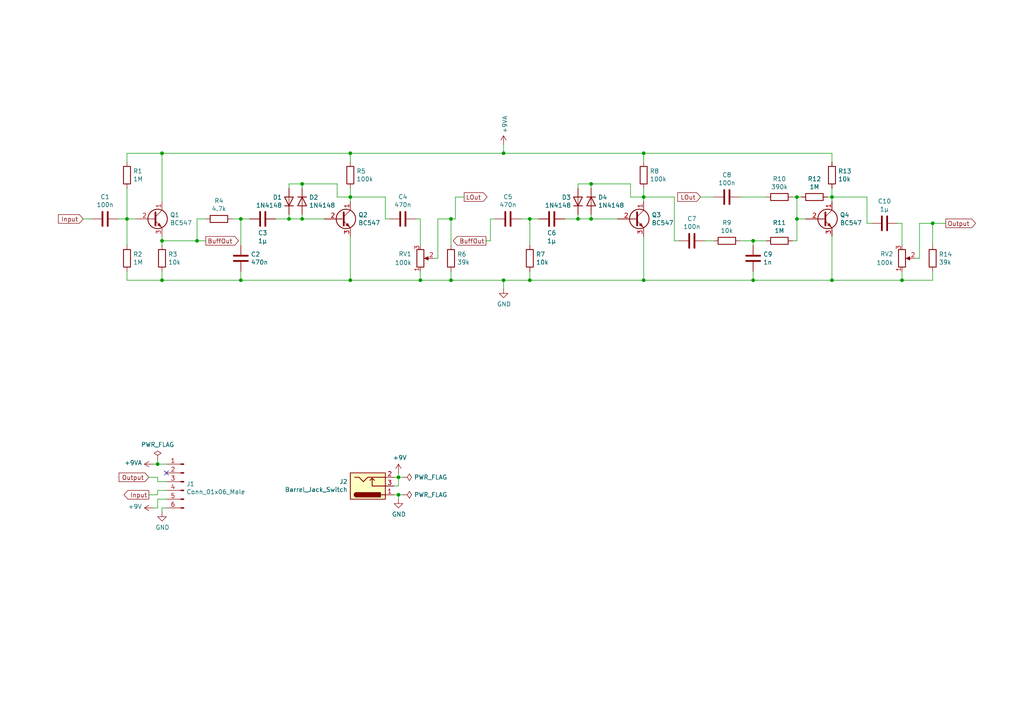
<source format=kicad_sch>
(kicad_sch (version 20211123) (generator eeschema)
  (paper "A4")
  (title_block (title "Double Stack") (date "2019-11-03") (rev "r01") (company "Nuclear Lighthouse Studios") (comment 1 "CC BY-NC-SA"))
  (lib_symbols
    (symbol "Connector:Barrel_Jack_Switch" (pin_names hide)
      (property "Reference" "J" (at 0 5.334 0))
      (property "Value" "Barrel_Jack_Switch" (at 0 -5.08 0))
      (symbol "Barrel_Jack_Switch_0_1"
        (rectangle (start -5.08 3.81) (end 5.08 -3.81) (stroke (width 0.254)) (fill (type background)))
        (arc (start -3.302 3.175) (mid -3.937 2.54) (end -3.302 1.905) (stroke (width 0.254)))
        (arc (start -3.302 3.175) (mid -3.937 2.54) (end -3.302 1.905) (stroke (width 0.254)) (fill (type outline)))
        (polyline (pts (xy 1.27 -2.286) (xy 1.905 -1.651)) (stroke (width 0.254)))
        (polyline (pts (xy 5.08 2.54) (xy 3.81 2.54)) (stroke (width 0.254)))
        (polyline (pts (xy 5.08 0) (xy 1.27 0) (xy 1.27 -2.286) (xy 0.635 -1.651)) (stroke (width 0.254)))
        (polyline (pts (xy -3.81 -2.54) (xy -2.54 -2.54) (xy -1.27 -1.27) (xy 0 -2.54) (xy 2.54 -2.54) (xy 5.08 -2.54)) (stroke (width 0.254)))
        (rectangle (start 3.683 3.175) (end -3.302 1.905) (stroke (width 0.254)) (fill (type outline)))
      )
      (symbol "Barrel_Jack_Switch_1_1"
        (pin passive line (at 7.62 2.54 180) (length 2.54) (name "~") (number "1"))
        (pin passive line (at 7.62 -2.54 180) (length 2.54) (name "~") (number "2"))
        (pin passive line (at 7.62 0 180) (length 2.54) (name "~") (number "3"))
      )
    )
    (symbol "Connector:Conn_01x06_Male" (pin_names (offset 1.016) hide)
      (property "Reference" "J" (at 0 7.62 0))
      (property "Value" "Conn_01x06_Male" (at 0 -10.16 0))
      (symbol "Conn_01x06_Male_1_1"
        (polyline (pts (xy 1.27 -7.62) (xy 0.8636 -7.62)) (stroke (width 0.1524)))
        (polyline (pts (xy 1.27 -5.08) (xy 0.8636 -5.08)) (stroke (width 0.1524)))
        (polyline (pts (xy 1.27 -2.54) (xy 0.8636 -2.54)) (stroke (width 0.1524)))
        (polyline (pts (xy 1.27 0) (xy 0.8636 0)) (stroke (width 0.1524)))
        (polyline (pts (xy 1.27 2.54) (xy 0.8636 2.54)) (stroke (width 0.1524)))
        (polyline (pts (xy 1.27 5.08) (xy 0.8636 5.08)) (stroke (width 0.1524)))
        (rectangle (start 0.8636 -7.493) (end 0 -7.747) (stroke (width 0.1524)) (fill (type outline)))
        (rectangle (start 0.8636 -4.953) (end 0 -5.207) (stroke (width 0.1524)) (fill (type outline)))
        (rectangle (start 0.8636 -2.413) (end 0 -2.667) (stroke (width 0.1524)) (fill (type outline)))
        (rectangle (start 0.8636 0.127) (end 0 -0.127) (stroke (width 0.1524)) (fill (type outline)))
        (rectangle (start 0.8636 2.667) (end 0 2.413) (stroke (width 0.1524)) (fill (type outline)))
        (rectangle (start 0.8636 5.207) (end 0 4.953) (stroke (width 0.1524)) (fill (type outline)))
        (pin passive line (at 5.08 5.08 180) (length 3.81) (name "Pin_1") (number "1"))
        (pin passive line (at 5.08 2.54 180) (length 3.81) (name "Pin_2") (number "2"))
        (pin passive line (at 5.08 0 180) (length 3.81) (name "Pin_3") (number "3"))
        (pin passive line (at 5.08 -2.54 180) (length 3.81) (name "Pin_4") (number "4"))
        (pin passive line (at 5.08 -5.08 180) (length 3.81) (name "Pin_5") (number "5"))
        (pin passive line (at 5.08 -7.62 180) (length 3.81) (name "Pin_6") (number "6"))
      )
    )
    (symbol "Device:C" (pin_numbers hide) (pin_names (offset 0.254))
      (property "Reference" "C" (at 0.635 2.54 0))
      (property "Value" "C" (at 0.635 -2.54 0))
      (symbol "C_0_1"
        (polyline (pts (xy -2.032 -0.762) (xy 2.032 -0.762)) (stroke (width 0.508)))
        (polyline (pts (xy -2.032 0.762) (xy 2.032 0.762)) (stroke (width 0.508)))
      )
      (symbol "C_1_1"
        (pin passive line (at 0 3.81 270) (length 2.794) (name "~") (number "1"))
        (pin passive line (at 0 -3.81 90) (length 2.794) (name "~") (number "2"))
      )
    )
    (symbol "Device:R" (pin_numbers hide) (pin_names (offset 0))
      (property "Reference" "R" (at 2.032 0 90))
      (property "Value" "R" (at 0 0 90))
      (symbol "R_0_1"
        (rectangle (start -1.016 -2.54) (end 1.016 2.54) (stroke (width 0.254)))
      )
      (symbol "R_1_1"
        (pin passive line (at 0 3.81 270) (length 1.27) (name "~") (number "1"))
        (pin passive line (at 0 -3.81 90) (length 1.27) (name "~") (number "2"))
      )
    )
    (symbol "Device:R_Potentiometer" (pin_names (offset 1.016) hide)
      (property "Reference" "RV" (at -4.445 0 90))
      (property "Value" "R_Potentiometer" (at -2.54 0 90))
      (symbol "R_Potentiometer_0_1"
        (polyline (pts (xy 2.54 0) (xy 1.524 0)))
        (polyline (pts (xy 1.143 0) (xy 2.286 0.508) (xy 2.286 -0.508) (xy 1.143 0)) (fill (type outline)))
        (rectangle (start 1.016 2.54) (end -1.016 -2.54) (stroke (width 0.254)))
      )
      (symbol "R_Potentiometer_1_1"
        (pin passive line (at 0 3.81 270) (length 1.27) (name "1") (number "1"))
        (pin passive line (at 3.81 0 180) (length 1.27) (name "2") (number "2"))
        (pin passive line (at 0 -3.81 90) (length 1.27) (name "3") (number "3"))
      )
    )
    (symbol "Diode:1N4148" (pin_numbers hide) (pin_names (offset 1.016) hide)
      (property "Reference" "D" (at 0 2.54 0))
      (property "Value" "1N4148" (at 0 -2.54 0))
      (symbol "1N4148_0_1"
        (polyline (pts (xy -1.27 1.27) (xy -1.27 -1.27)) (stroke (width 0.254)))
        (polyline (pts (xy 1.27 0) (xy -1.27 0)))
        (polyline (pts (xy 1.27 1.27) (xy 1.27 -1.27) (xy -1.27 0) (xy 1.27 1.27)) (stroke (width 0.254)))
      )
      (symbol "1N4148_1_1"
        (pin passive line (at -3.81 0 0) (length 2.54) (name "K") (number "1"))
        (pin passive line (at 3.81 0 180) (length 2.54) (name "A") (number "2"))
      )
    )
    (symbol "Transistor_BJT:BC547" (pin_names (offset 0) hide)
      (property "Reference" "Q" (at 5.08 1.905 0))
      (property "Value" "BC547" (at 5.08 0 0))
      (symbol "BC547_0_1"
        (polyline (pts (xy 0 0) (xy 0.635 0)))
        (polyline (pts (xy 0.635 0.635) (xy 2.54 2.54)))
        (polyline (pts (xy 0.635 -0.635) (xy 2.54 -2.54) (xy 2.54 -2.54)))
        (polyline (pts (xy 0.635 1.905) (xy 0.635 -1.905) (xy 0.635 -1.905)) (stroke (width 0.508)))
        (polyline (pts (xy 1.27 -1.778) (xy 1.778 -1.27) (xy 2.286 -2.286) (xy 1.27 -1.778) (xy 1.27 -1.778)) (fill (type outline)))
        (circle (center 1.27 0) (radius 2.8194) (stroke (width 0.254)))
      )
      (symbol "BC547_1_1"
        (pin passive line (at 2.54 5.08 270) (length 2.54) (name "C") (number "1"))
        (pin input line (at -5.08 0 0) (length 5.08) (name "B") (number "2"))
        (pin passive line (at 2.54 -5.08 90) (length 2.54) (name "E") (number "3"))
      )
    )
    (symbol "power:+9V" (power) (pin_names (offset 0))
      (property "Value" "+9V" (at 0 3.556 0))
      (symbol "+9V_0_1"
        (polyline (pts (xy -0.762 1.27) (xy 0 2.54)))
        (polyline (pts (xy 0 0) (xy 0 2.54)))
        (polyline (pts (xy 0 2.54) (xy 0.762 1.27)))
      )
      (symbol "+9V_1_1"
        (pin power_in line (at 0 0 90) (length 0) hide (name "+9V") (number "1"))
      )
    )
    (symbol "power:+9VA" (power) (pin_names (offset 0))
      (property "Value" "+9VA" (at 0 3.81 0))
      (symbol "+9VA_0_1"
        (polyline (pts (xy -0.762 1.27) (xy 0 2.54)))
        (polyline (pts (xy 0 0) (xy 0 2.54)))
        (polyline (pts (xy 0 2.54) (xy 0.762 1.27)))
      )
      (symbol "+9VA_1_1"
        (pin power_in line (at 0 0 90) (length 0) hide (name "+9VA") (number "1"))
      )
    )
    (symbol "power:GND" (power) (pin_names (offset 0))
      (property "Value" "GND" (at 0 -3.81 0))
      (symbol "GND_0_1"
        (polyline (pts (xy 0 0) (xy 0 -1.27) (xy 1.27 -1.27) (xy 0 -2.54) (xy -1.27 -1.27) (xy 0 -1.27)))
      )
      (symbol "GND_1_1"
        (pin power_in line (at 0 0 270) (length 0) hide (name "GND") (number "1"))
      )
    )
    (symbol "power:PWR_FLAG" (power) (pin_numbers hide) (pin_names (offset 0) hide)
      (property "Value" "PWR_FLAG" (at 0 3.81 0))
      (symbol "PWR_FLAG_0_0"
        (pin power_out line (at 0 0 90) (length 0) (name "pwr") (number "1"))
      )
      (symbol "PWR_FLAG_0_1"
        (polyline (pts (xy 0 0) (xy 0 1.27) (xy -1.016 1.905) (xy 0 2.54) (xy 1.016 1.905) (xy 0 1.27)))
      )
    )
  )
  (junction (at 130.81 63.5))
  (junction (at 46.99 69.85))
  (junction (at 167.64 63.5))
  (junction (at 146.05 44.45))
  (junction (at 57.15 69.85))
  (junction (at 186.69 81.28))
  (junction (at 186.69 57.15))
  (junction (at 146.05 81.28))
  (junction (at 83.82 63.5))
  (junction (at 46.99 44.45))
  (junction (at 261.62 81.28))
  (junction (at 36.83 63.5))
  (junction (at 69.85 63.5))
  (junction (at 241.3 81.28))
  (junction (at 101.6 57.15))
  (junction (at 218.44 81.28))
  (junction (at 153.67 63.5))
  (junction (at 87.63 53.34))
  (junction (at 241.3 57.15))
  (junction (at 270.51 64.77))
  (junction (at 69.85 81.28))
  (junction (at 115.57 143.51))
  (junction (at 171.45 53.34))
  (junction (at 186.69 44.45))
  (junction (at 46.99 81.28))
  (junction (at 130.81 81.28))
  (junction (at 231.14 63.5))
  (junction (at 101.6 81.28))
  (junction (at 121.92 81.28))
  (junction (at 153.67 81.28))
  (junction (at 171.45 63.5))
  (junction (at 218.44 69.85))
  (junction (at 115.57 138.43))
  (junction (at 45.72 134.62))
  (junction (at 101.6 44.45))
  (junction (at 231.14 57.15))
  (junction (at 87.63 63.5))
  (no_connect (at 48.26 137.16))
  (wire (pts (xy 101.6 68.58) (xy 101.6 81.28)))
  (wire (pts (xy 146.05 83.82) (xy 146.05 81.28)))
  (wire (pts (xy 218.44 81.28) (xy 241.3 81.28)))
  (wire (pts (xy 46.99 69.85) (xy 46.99 71.12)))
  (wire (pts (xy 121.92 81.28) (xy 130.81 81.28)))
  (wire (pts (xy 195.58 69.85) (xy 195.58 57.15)))
  (wire (pts (xy 48.26 139.7) (xy 45.72 139.7)))
  (wire (pts (xy 167.64 53.34) (xy 167.64 54.61)))
  (wire (pts (xy 196.85 69.85) (xy 195.58 69.85)))
  (wire (pts (xy 130.81 81.28) (xy 146.05 81.28)))
  (wire (pts (xy 153.67 78.74) (xy 153.67 81.28)))
  (wire (pts (xy 182.88 57.15) (xy 182.88 53.34)))
  (wire (pts (xy 167.64 63.5) (xy 167.64 62.23)))
  (wire (pts (xy 101.6 54.61) (xy 101.6 57.15)))
  (wire (pts (xy 153.67 71.12) (xy 153.67 63.5)))
  (wire (pts (xy 115.57 140.97) (xy 115.57 138.43)))
  (wire (pts (xy 113.03 63.5) (xy 111.76 63.5)))
  (wire (pts (xy 251.46 64.77) (xy 252.73 64.77)))
  (wire (pts (xy 241.3 68.58) (xy 241.3 81.28)))
  (wire (pts (xy 270.51 71.12) (xy 270.51 64.77)))
  (wire (pts (xy 241.3 44.45) (xy 186.69 44.45)))
  (wire (pts (xy 182.88 53.34) (xy 171.45 53.34)))
  (wire (pts (xy 57.15 63.5) (xy 57.15 69.85)))
  (wire (pts (xy 45.72 144.78) (xy 45.72 147.32)))
  (wire (pts (xy 36.83 63.5) (xy 39.37 63.5)))
  (wire (pts (xy 36.83 63.5) (xy 36.83 71.12)))
  (wire (pts (xy 69.85 81.28) (xy 46.99 81.28)))
  (wire (pts (xy 171.45 63.5) (xy 171.45 62.23)))
  (wire (pts (xy 69.85 63.5) (xy 72.39 63.5)))
  (wire (pts (xy 127 74.93) (xy 127 63.5)))
  (wire (pts (xy 36.83 44.45) (xy 36.83 46.99)))
  (wire (pts (xy 186.69 54.61) (xy 186.69 57.15)))
  (wire (pts (xy 171.45 63.5) (xy 167.64 63.5)))
  (wire (pts (xy 36.83 54.61) (xy 36.83 63.5)))
  (wire (pts (xy 132.08 63.5) (xy 130.81 63.5)))
  (wire (pts (xy 121.92 63.5) (xy 120.65 63.5)))
  (wire (pts (xy 186.69 44.45) (xy 146.05 44.45)))
  (wire (pts (xy 46.99 58.42) (xy 46.99 44.45)))
  (wire (pts (xy 114.3 140.97) (xy 115.57 140.97)))
  (wire (pts (xy 241.3 57.15) (xy 241.3 54.61)))
  (wire (pts (xy 231.14 63.5) (xy 233.68 63.5)))
  (wire (pts (xy 115.57 138.43) (xy 115.57 137.16)))
  (wire (pts (xy 195.58 57.15) (xy 186.69 57.15)))
  (wire (pts (xy 59.69 63.5) (xy 57.15 63.5)))
  (wire (pts (xy 87.63 54.61) (xy 87.63 53.34)))
  (wire (pts (xy 214.63 57.15) (xy 222.25 57.15)))
  (wire (pts (xy 45.72 143.51) (xy 43.18 143.51)))
  (wire (pts (xy 83.82 63.5) (xy 83.82 62.23)))
  (wire (pts (xy 36.83 81.28) (xy 46.99 81.28)))
  (wire (pts (xy 125.73 74.93) (xy 127 74.93)))
  (wire (pts (xy 143.51 63.5) (xy 142.24 63.5)))
  (wire (pts (xy 241.3 81.28) (xy 261.62 81.28)))
  (wire (pts (xy 45.72 138.43) (xy 43.18 138.43)))
  (wire (pts (xy 45.72 134.62) (xy 48.26 134.62)))
  (wire (pts (xy 57.15 69.85) (xy 46.99 69.85)))
  (wire (pts (xy 101.6 44.45) (xy 146.05 44.45)))
  (wire (pts (xy 232.41 57.15) (xy 231.14 57.15)))
  (wire (pts (xy 153.67 63.5) (xy 151.13 63.5)))
  (wire (pts (xy 34.29 63.5) (xy 36.83 63.5)))
  (wire (pts (xy 115.57 143.51) (xy 116.84 143.51)))
  (wire (pts (xy 146.05 41.91) (xy 146.05 44.45)))
  (wire (pts (xy 101.6 57.15) (xy 111.76 57.15)))
  (wire (pts (xy 101.6 57.15) (xy 101.6 58.42)))
  (wire (pts (xy 186.69 46.99) (xy 186.69 44.45)))
  (wire (pts (xy 46.99 147.32) (xy 46.99 148.59)))
  (wire (pts (xy 45.72 147.32) (xy 44.45 147.32)))
  (wire (pts (xy 214.63 69.85) (xy 218.44 69.85)))
  (wire (pts (xy 46.99 81.28) (xy 46.99 78.74)))
  (wire (pts (xy 48.26 142.24) (xy 45.72 142.24)))
  (wire (pts (xy 153.67 81.28) (xy 146.05 81.28)))
  (wire (pts (xy 24.13 63.5) (xy 26.67 63.5)))
  (wire (pts (xy 231.14 69.85) (xy 231.14 63.5)))
  (wire (pts (xy 241.3 46.99) (xy 241.3 44.45)))
  (wire (pts (xy 251.46 57.15) (xy 251.46 64.77)))
  (wire (pts (xy 241.3 57.15) (xy 251.46 57.15)))
  (wire (pts (xy 179.07 63.5) (xy 171.45 63.5)))
  (wire (pts (xy 270.51 81.28) (xy 261.62 81.28)))
  (wire (pts (xy 218.44 71.12) (xy 218.44 69.85)))
  (wire (pts (xy 186.69 81.28) (xy 218.44 81.28)))
  (wire (pts (xy 229.87 69.85) (xy 231.14 69.85)))
  (wire (pts (xy 97.79 57.15) (xy 97.79 53.34)))
  (wire (pts (xy 121.92 78.74) (xy 121.92 81.28)))
  (wire (pts (xy 93.98 63.5) (xy 87.63 63.5)))
  (wire (pts (xy 46.99 44.45) (xy 36.83 44.45)))
  (wire (pts (xy 69.85 63.5) (xy 67.31 63.5)))
  (wire (pts (xy 115.57 143.51) (xy 115.57 144.78)))
  (wire (pts (xy 207.01 57.15) (xy 203.2 57.15)))
  (wire (pts (xy 132.08 57.15) (xy 132.08 63.5)))
  (wire (pts (xy 270.51 64.77) (xy 274.32 64.77)))
  (wire (pts (xy 240.03 57.15) (xy 241.3 57.15)))
  (wire (pts (xy 231.14 57.15) (xy 229.87 57.15)))
  (wire (pts (xy 69.85 71.12) (xy 69.85 63.5)))
  (wire (pts (xy 114.3 143.51) (xy 115.57 143.51)))
  (wire (pts (xy 186.69 57.15) (xy 186.69 58.42)))
  (wire (pts (xy 45.72 139.7) (xy 45.72 138.43)))
  (wire (pts (xy 36.83 78.74) (xy 36.83 81.28)))
  (wire (pts (xy 142.24 69.85) (xy 140.97 69.85)))
  (wire (pts (xy 97.79 53.34) (xy 87.63 53.34)))
  (wire (pts (xy 87.63 63.5) (xy 87.63 62.23)))
  (wire (pts (xy 121.92 63.5) (xy 121.92 71.12)))
  (wire (pts (xy 270.51 78.74) (xy 270.51 81.28)))
  (wire (pts (xy 44.45 134.62) (xy 45.72 134.62)))
  (wire (pts (xy 163.83 63.5) (xy 167.64 63.5)))
  (wire (pts (xy 101.6 44.45) (xy 46.99 44.45)))
  (wire (pts (xy 69.85 81.28) (xy 101.6 81.28)))
  (wire (pts (xy 261.62 64.77) (xy 261.62 71.12)))
  (wire (pts (xy 101.6 81.28) (xy 121.92 81.28)))
  (wire (pts (xy 80.01 63.5) (xy 83.82 63.5)))
  (wire (pts (xy 153.67 63.5) (xy 156.21 63.5)))
  (wire (pts (xy 45.72 133.35) (xy 45.72 134.62)))
  (wire (pts (xy 83.82 53.34) (xy 83.82 54.61)))
  (wire (pts (xy 260.35 64.77) (xy 261.62 64.77)))
  (wire (pts (xy 153.67 81.28) (xy 186.69 81.28)))
  (wire (pts (xy 130.81 78.74) (xy 130.81 81.28)))
  (wire (pts (xy 171.45 54.61) (xy 171.45 53.34)))
  (wire (pts (xy 69.85 78.74) (xy 69.85 81.28)))
  (wire (pts (xy 48.26 147.32) (xy 46.99 147.32)))
  (wire (pts (xy 241.3 58.42) (xy 241.3 57.15)))
  (wire (pts (xy 115.57 138.43) (xy 114.3 138.43)))
  (wire (pts (xy 45.72 142.24) (xy 45.72 143.51)))
  (wire (pts (xy 266.7 64.77) (xy 270.51 64.77)))
  (wire (pts (xy 204.47 69.85) (xy 207.01 69.85)))
  (wire (pts (xy 186.69 68.58) (xy 186.69 81.28)))
  (wire (pts (xy 46.99 68.58) (xy 46.99 69.85)))
  (wire (pts (xy 231.14 63.5) (xy 231.14 57.15)))
  (wire (pts (xy 186.69 57.15) (xy 182.88 57.15)))
  (wire (pts (xy 111.76 57.15) (xy 111.76 63.5)))
  (wire (pts (xy 127 63.5) (xy 130.81 63.5)))
  (wire (pts (xy 218.44 81.28) (xy 218.44 78.74)))
  (wire (pts (xy 87.63 53.34) (xy 83.82 53.34)))
  (wire (pts (xy 266.7 74.93) (xy 266.7 64.77)))
  (wire (pts (xy 57.15 69.85) (xy 59.69 69.85)))
  (wire (pts (xy 142.24 63.5) (xy 142.24 69.85)))
  (wire (pts (xy 218.44 69.85) (xy 222.25 69.85)))
  (wire (pts (xy 115.57 138.43) (xy 116.84 138.43)))
  (wire (pts (xy 87.63 63.5) (xy 83.82 63.5)))
  (wire (pts (xy 130.81 63.5) (xy 130.81 71.12)))
  (wire (pts (xy 101.6 46.99) (xy 101.6 44.45)))
  (wire (pts (xy 101.6 57.15) (xy 97.79 57.15)))
  (wire (pts (xy 265.43 74.93) (xy 266.7 74.93)))
  (wire (pts (xy 48.26 144.78) (xy 45.72 144.78)))
  (wire (pts (xy 261.62 78.74) (xy 261.62 81.28)))
  (wire (pts (xy 171.45 53.34) (xy 167.64 53.34)))
  (wire (pts (xy 134.62 57.15) (xy 132.08 57.15)))
  (global_label "BuffOut" (shape output) (at 59.69 69.85 0) (property "Intersheet References" "${INTERSHEET_REFS}" (effects hide)))
  (global_label "Input" (shape input) (at 24.13 63.5 180) (property "Intersheet References" "${INTERSHEET_REFS}" (effects hide)))
  (global_label "Output" (shape input) (at 43.18 138.43 180) (property "Intersheet References" "${INTERSHEET_REFS}" (effects hide)))
  (global_label "LOut" (shape input) (at 203.2 57.15 180) (property "Intersheet References" "${INTERSHEET_REFS}" (effects hide)))
  (global_label "LOut" (shape output) (at 134.62 57.15 0) (property "Intersheet References" "${INTERSHEET_REFS}" (effects hide)))
  (global_label "BuffOut" (shape output) (at 140.97 69.85 180) (property "Intersheet References" "${INTERSHEET_REFS}" (effects hide)))
  (global_label "Input" (shape output) (at 43.18 143.51 180) (property "Intersheet References" "${INTERSHEET_REFS}" (effects hide)))
  (global_label "Output" (shape output) (at 274.32 64.77 0) (property "Intersheet References" "${INTERSHEET_REFS}" (effects hide)))
  (symbol (lib_id "Device:C") (at 256.54 64.77 270) (unit 1)
    (property "Reference" "C10" (at 256.54 58.3692 90))
    (property "Value" "1µ" (at 256.54 60.6806 90))
    (property "Footprint" "Capacitor_THT:C_Rect_L7.2mm_W4.5mm_P5.00mm_FKS2_FKP2_MKS2_MKP2" (effects hide))
  )
  (symbol (lib_id "Device:R_Potentiometer") (at 261.62 74.93 0) (mirror x) (unit 1)
    (property "Reference" "RV2" (at 259.08 73.6599 0) (effects (justify right)))
    (property "Value" "100k" (at 259.08 76.1999 0) (effects (justify right)))
    (property "Footprint" "Potentiometer_THT:Potentiometer_Alps_RK09K_Single_Vertical" (effects hide))
  )
  (symbol (lib_id "Device:R") (at 270.51 74.93 180) (unit 1)
    (property "Reference" "R14" (at 272.288 73.7616 0) (effects (justify right)))
    (property "Value" "39k" (at 272.288 76.073 0) (effects (justify right)))
    (property "Footprint" "Resistor_THT:R_Axial_DIN0207_L6.3mm_D2.5mm_P7.62mm_Horizontal" (effects hide))
  )
  (symbol (lib_id "Device:R_Potentiometer") (at 121.92 74.93 0) (mirror x) (unit 1)
    (property "Reference" "RV1" (at 119.38 73.6599 0) (effects (justify right)))
    (property "Value" "100k" (at 119.38 76.1999 0) (effects (justify right)))
    (property "Footprint" "Potentiometer_THT:Potentiometer_Alps_RK09K_Single_Vertical" (effects hide))
  )
  (symbol (lib_id "Connector:Barrel_Jack_Switch") (at 106.68 140.97 0) (mirror x) (unit 1)
    (property "Reference" "J2" (at 100.838 139.7 0) (effects (justify right)))
    (property "Value" "Barrel_Jack_Switch" (at 100.838 142.0114 0) (effects (justify right)))
    (property "Footprint" "NLS:BarrelJack_Horizontal_Short" (effects hide))
  )
  (symbol (lib_id "power:+9VA") (at 44.45 134.62 90) (unit 1)
    (property "Reference" "#PWR0101" (effects hide))
    (property "Value" "+9VA" (at 41.2242 134.239 90) (effects (justify left)))
  )
  (symbol (lib_id "power:+9V") (at 44.45 147.32 90) (unit 1)
    (property "Reference" "#PWR0102" (effects hide))
    (property "Value" "+9V" (at 41.1988 146.939 90) (effects (justify left)))
  )
  (symbol (lib_id "power:GND") (at 46.99 148.59 0) (unit 1)
    (property "Reference" "#PWR0103" (effects hide))
    (property "Value" "GND" (at 47.117 152.9842 0))
  )
  (symbol (lib_id "power:GND") (at 115.57 144.78 0) (unit 1)
    (property "Reference" "#PWR0104" (effects hide))
    (property "Value" "GND" (at 115.697 149.1742 0))
  )
  (symbol (lib_id "power:+9V") (at 115.57 137.16 0) (unit 1)
    (property "Reference" "#PWR0105" (effects hide))
    (property "Value" "+9V" (at 115.951 132.7658 0))
  )
  (symbol (lib_id "Transistor_BJT:BC547") (at 44.45 63.5 0) (unit 1)
    (property "Reference" "Q1" (at 49.3014 62.3316 0) (effects (justify left)))
    (property "Value" "BC547" (at 49.3014 64.643 0) (effects (justify left)))
    (property "Footprint" "Package_TO_SOT_THT:TO-92_Wide" (effects hide))
    (property "Datasheet" "https://www.onsemi.com/pub/Collateral/BC550-D.pdf" (effects hide))
  )
  (symbol (lib_id "Device:C") (at 30.48 63.5 270) (unit 1)
    (property "Reference" "C1" (at 30.48 57.0992 90))
    (property "Value" "100n" (at 30.48 59.4106 90))
    (property "Footprint" "Capacitor_THT:C_Rect_L7.2mm_W2.5mm_P5.00mm_FKS2_FKP2_MKS2_MKP2" (effects hide))
  )
  (symbol (lib_id "Device:R") (at 36.83 50.8 0) (unit 1)
    (property "Reference" "R1" (at 38.608 49.6316 0) (effects (justify left)))
    (property "Value" "1M" (at 38.608 51.943 0) (effects (justify left)))
    (property "Footprint" "Resistor_THT:R_Axial_DIN0207_L6.3mm_D2.5mm_P2.54mm_Vertical" (effects hide))
  )
  (symbol (lib_id "Device:R") (at 36.83 74.93 0) (unit 1)
    (property "Reference" "R2" (at 38.608 73.7616 0) (effects (justify left)))
    (property "Value" "1M" (at 38.608 76.073 0) (effects (justify left)))
    (property "Footprint" "Resistor_THT:R_Axial_DIN0207_L6.3mm_D2.5mm_P2.54mm_Vertical" (effects hide))
  )
  (symbol (lib_id "Device:R") (at 46.99 74.93 180) (unit 1)
    (property "Reference" "R3" (at 48.768 73.7616 0) (effects (justify right)))
    (property "Value" "10k" (at 48.768 76.073 0) (effects (justify right)))
    (property "Footprint" "Resistor_THT:R_Axial_DIN0207_L6.3mm_D2.5mm_P2.54mm_Vertical" (effects hide))
  )
  (symbol (lib_id "Transistor_BJT:BC547") (at 99.06 63.5 0) (unit 1)
    (property "Reference" "Q2" (at 103.9114 62.3316 0) (effects (justify left)))
    (property "Value" "BC547" (at 103.9114 64.643 0) (effects (justify left)))
    (property "Footprint" "Package_TO_SOT_THT:TO-92_Wide" (effects hide))
    (property "Datasheet" "https://www.onsemi.com/pub/Collateral/BC550-D.pdf" (effects hide))
  )
  (symbol (lib_id "Diode:1N4148") (at 87.63 58.42 270) (unit 1)
    (property "Reference" "D2" (at 89.6366 57.2516 90) (effects (justify left)))
    (property "Value" "1N4148" (at 89.6366 59.563 90) (effects (justify left)))
    (property "Footprint" "Diode_THT:D_DO-35_SOD27_P2.54mm_Vertical_AnodeUp" (effects hide))
    (property "Datasheet" "https://assets.nexperia.com/documents/data-sheet/1N4148_1N4448.pdf" (effects hide))
  )
  (symbol (lib_id "Diode:1N4148") (at 83.82 58.42 90) (unit 1)
    (property "Reference" "D1" (at 81.8134 57.2516 90) (effects (justify left)))
    (property "Value" "1N4148" (at 81.8134 59.563 90) (effects (justify left)))
    (property "Footprint" "Diode_THT:D_DO-35_SOD27_P2.54mm_Vertical_AnodeUp" (effects hide))
    (property "Datasheet" "https://assets.nexperia.com/documents/data-sheet/1N4148_1N4448.pdf" (effects hide))
  )
  (symbol (lib_id "Device:R") (at 101.6 50.8 0) (unit 1)
    (property "Reference" "R5" (at 103.378 49.6316 0) (effects (justify left)))
    (property "Value" "100k" (at 103.378 51.943 0) (effects (justify left)))
    (property "Footprint" "Resistor_THT:R_Axial_DIN0207_L6.3mm_D2.5mm_P2.54mm_Vertical" (effects hide))
  )
  (symbol (lib_id "Device:C") (at 69.85 74.93 0) (unit 1)
    (property "Reference" "C2" (at 72.771 73.7616 0) (effects (justify left)))
    (property "Value" "470n" (at 72.771 76.073 0) (effects (justify left)))
    (property "Footprint" "Capacitor_THT:C_Rect_L7.2mm_W3.5mm_P5.00mm_FKS2_FKP2_MKS2_MKP2" (effects hide))
  )
  (symbol (lib_id "Device:C") (at 76.2 63.5 270) (unit 1)
    (property "Reference" "C3" (at 76.2 67.564 90))
    (property "Value" "1µ" (at 76.2 69.8754 90))
    (property "Footprint" "Capacitor_THT:C_Rect_L7.2mm_W4.5mm_P5.00mm_FKS2_FKP2_MKS2_MKP2" (effects hide))
  )
  (symbol (lib_id "Device:R") (at 63.5 63.5 90) (unit 1)
    (property "Reference" "R4" (at 63.5 58.2422 90))
    (property "Value" "4.7k" (at 63.5 60.5536 90))
    (property "Footprint" "Resistor_THT:R_Axial_DIN0207_L6.3mm_D2.5mm_P2.54mm_Vertical" (effects hide))
  )
  (symbol (lib_id "Transistor_BJT:BC547") (at 184.15 63.5 0) (unit 1)
    (property "Reference" "Q3" (at 189.0014 62.3316 0) (effects (justify left)))
    (property "Value" "BC547" (at 189.0014 64.643 0) (effects (justify left)))
    (property "Footprint" "Package_TO_SOT_THT:TO-92_Wide" (effects hide))
    (property "Datasheet" "https://www.onsemi.com/pub/Collateral/BC550-D.pdf" (effects hide))
  )
  (symbol (lib_id "Diode:1N4148") (at 171.45 58.42 270) (unit 1)
    (property "Reference" "D4" (at 173.4566 57.2516 90) (effects (justify left)))
    (property "Value" "1N4148" (at 173.4566 59.563 90) (effects (justify left)))
    (property "Footprint" "Diode_THT:D_DO-35_SOD27_P2.54mm_Vertical_AnodeUp" (effects hide))
    (property "Datasheet" "https://assets.nexperia.com/documents/data-sheet/1N4148_1N4448.pdf" (effects hide))
  )
  (symbol (lib_id "Diode:1N4148") (at 167.64 58.42 90) (unit 1)
    (property "Reference" "D3" (at 165.6334 57.2516 90) (effects (justify left)))
    (property "Value" "1N4148" (at 165.6334 59.563 90) (effects (justify left)))
    (property "Footprint" "Diode_THT:D_DO-35_SOD27_P2.54mm_Vertical_AnodeUp" (effects hide))
    (property "Datasheet" "https://assets.nexperia.com/documents/data-sheet/1N4148_1N4448.pdf" (effects hide))
  )
  (symbol (lib_id "Device:R") (at 186.69 50.8 0) (unit 1)
    (property "Reference" "R8" (at 188.468 49.6316 0) (effects (justify left)))
    (property "Value" "100k" (at 188.468 51.943 0) (effects (justify left)))
    (property "Footprint" "Resistor_THT:R_Axial_DIN0207_L6.3mm_D2.5mm_P2.54mm_Vertical" (effects hide))
  )
  (symbol (lib_id "Device:C") (at 147.32 63.5 270) (unit 1)
    (property "Reference" "C5" (at 147.32 57.0992 90))
    (property "Value" "470n" (at 147.32 59.4106 90))
    (property "Footprint" "Capacitor_THT:C_Rect_L7.2mm_W3.5mm_P5.00mm_FKS2_FKP2_MKS2_MKP2" (effects hide))
  )
  (symbol (lib_id "Device:C") (at 160.02 63.5 270) (unit 1)
    (property "Reference" "C6" (at 160.02 67.564 90))
    (property "Value" "1µ" (at 160.02 69.8754 90))
    (property "Footprint" "Capacitor_THT:C_Rect_L7.2mm_W4.5mm_P5.00mm_FKS2_FKP2_MKS2_MKP2" (effects hide))
  )
  (symbol (lib_id "Device:R") (at 153.67 74.93 180) (unit 1)
    (property "Reference" "R7" (at 155.448 73.7616 0) (effects (justify right)))
    (property "Value" "10k" (at 155.448 76.073 0) (effects (justify right)))
    (property "Footprint" "Resistor_THT:R_Axial_DIN0207_L6.3mm_D2.5mm_P2.54mm_Vertical" (effects hide))
  )
  (symbol (lib_id "Connector:Conn_01x06_Male") (at 53.34 139.7 0) (mirror y) (unit 1)
    (property "Reference" "J1" (at 54.0512 140.3604 0) (effects (justify right)))
    (property "Value" "Conn_01x06_Male" (at 54.0512 142.6718 0) (effects (justify right)))
    (property "Footprint" "Connector_PinSocket_2.54mm:PinSocket_1x06_P2.54mm_Vertical" (effects hide))
  )
  (symbol (lib_id "Device:C") (at 200.66 69.85 270) (unit 1)
    (property "Reference" "C7" (at 200.66 63.4492 90))
    (property "Value" "100n" (at 200.66 65.7606 90))
    (property "Footprint" "Capacitor_THT:C_Rect_L7.2mm_W2.5mm_P5.00mm_FKS2_FKP2_MKS2_MKP2" (effects hide))
  )
  (symbol (lib_id "Device:R") (at 210.82 69.85 90) (unit 1)
    (property "Reference" "R9" (at 210.82 64.5922 90))
    (property "Value" "10k" (at 210.82 66.9036 90))
    (property "Footprint" "Resistor_THT:R_Axial_DIN0207_L6.3mm_D2.5mm_P2.54mm_Vertical" (effects hide))
  )
  (symbol (lib_id "Device:C") (at 218.44 74.93 0) (unit 1)
    (property "Reference" "C9" (at 221.361 73.7616 0) (effects (justify left)))
    (property "Value" "1n" (at 221.361 76.073 0) (effects (justify left)))
    (property "Footprint" "Capacitor_THT:C_Rect_L7.2mm_W4.5mm_P5.00mm_FKS2_FKP2_MKS2_MKP2" (effects hide))
  )
  (symbol (lib_id "Device:R") (at 226.06 69.85 270) (unit 1)
    (property "Reference" "R11" (at 226.06 64.5922 90))
    (property "Value" "1M" (at 226.06 66.9036 90))
    (property "Footprint" "Resistor_THT:R_Axial_DIN0207_L6.3mm_D2.5mm_P2.54mm_Vertical" (effects hide))
  )
  (symbol (lib_id "Device:C") (at 116.84 63.5 270) (unit 1)
    (property "Reference" "C4" (at 116.84 57.0992 90))
    (property "Value" "470n" (at 116.84 59.4106 90))
    (property "Footprint" "Capacitor_THT:C_Rect_L7.2mm_W3.5mm_P5.00mm_FKS2_FKP2_MKS2_MKP2" (effects hide))
  )
  (symbol (lib_id "Device:R") (at 130.81 74.93 180) (unit 1)
    (property "Reference" "R6" (at 132.588 73.7616 0) (effects (justify right)))
    (property "Value" "39k" (at 132.588 76.073 0) (effects (justify right)))
    (property "Footprint" "Resistor_THT:R_Axial_DIN0207_L6.3mm_D2.5mm_P7.62mm_Horizontal" (effects hide))
  )
  (symbol (lib_id "Device:C") (at 210.82 57.15 270) (unit 1)
    (property "Reference" "C8" (at 210.82 50.7492 90))
    (property "Value" "100n" (at 210.82 53.0606 90))
    (property "Footprint" "Capacitor_THT:C_Rect_L7.2mm_W2.5mm_P5.00mm_FKS2_FKP2_MKS2_MKP2" (effects hide))
  )
  (symbol (lib_id "Device:R") (at 226.06 57.15 270) (unit 1)
    (property "Reference" "R10" (at 226.06 51.8922 90))
    (property "Value" "390k" (at 226.06 54.2036 90))
    (property "Footprint" "Resistor_THT:R_Axial_DIN0207_L6.3mm_D2.5mm_P2.54mm_Vertical" (effects hide))
  )
  (symbol (lib_id "Transistor_BJT:BC547") (at 238.76 63.5 0) (unit 1)
    (property "Reference" "Q4" (at 243.6114 62.3316 0) (effects (justify left)))
    (property "Value" "BC547" (at 243.6114 64.643 0) (effects (justify left)))
    (property "Footprint" "Package_TO_SOT_THT:TO-92_Wide" (effects hide))
    (property "Datasheet" "https://www.onsemi.com/pub/Collateral/BC550-D.pdf" (effects hide))
  )
  (symbol (lib_id "Device:R") (at 241.3 50.8 180) (unit 1)
    (property "Reference" "R13" (at 243.078 49.6316 0) (effects (justify right)))
    (property "Value" "10k" (at 243.078 51.943 0) (effects (justify right)))
    (property "Footprint" "Resistor_THT:R_Axial_DIN0207_L6.3mm_D2.5mm_P2.54mm_Vertical" (effects hide))
  )
  (symbol (lib_id "Device:R") (at 236.22 57.15 270) (unit 1)
    (property "Reference" "R12" (at 236.22 51.8922 90))
    (property "Value" "1M" (at 236.22 54.2036 90))
    (property "Footprint" "Resistor_THT:R_Axial_DIN0207_L6.3mm_D2.5mm_P2.54mm_Vertical" (effects hide))
  )
  (symbol (lib_id "power:+9VA") (at 146.05 41.91 0) (unit 1)
    (property "Reference" "#PWR0106" (effects hide))
    (property "Value" "+9VA" (at 146.431 38.6842 90) (effects (justify left)))
  )
  (symbol (lib_id "power:GND") (at 146.05 83.82 0) (unit 1)
    (property "Reference" "#PWR0107" (effects hide))
    (property "Value" "GND" (at 146.177 88.2142 0))
  )
  (symbol (lib_id "power:PWR_FLAG") (at 116.84 138.43 270) (unit 1)
    (property "Reference" "#FLG0102" (effects hide))
    (property "Value" "PWR_FLAG" (at 120.0912 138.43 90) (effects (justify left)))
  )
  (symbol (lib_id "power:PWR_FLAG") (at 116.84 143.51 270) (unit 1)
    (property "Reference" "#FLG0103" (effects hide))
    (property "Value" "PWR_FLAG" (at 120.0912 143.51 90) (effects (justify left)))
  )
  (symbol (lib_id "power:PWR_FLAG") (at 45.72 133.35 0) (unit 1)
    (property "Reference" "#FLG0101" (effects hide))
    (property "Value" "PWR_FLAG" (at 45.72 128.9558 0))
  )
)
</source>
